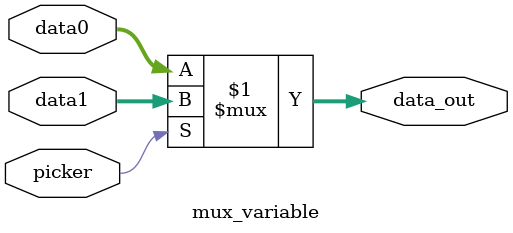
<source format=v>
`timescale 1ns / 1ps


module mux_variable#(
  parameter INPUT_WIDTH = 8
) (
  input picker,
  input [(INPUT_WIDTH)-1:0] data0,
  input [(INPUT_WIDTH)-1:0] data1,
  output wire [INPUT_WIDTH-1:0]  data_out
);

assign data_out = picker ? data1 : data0;

endmodule
</source>
